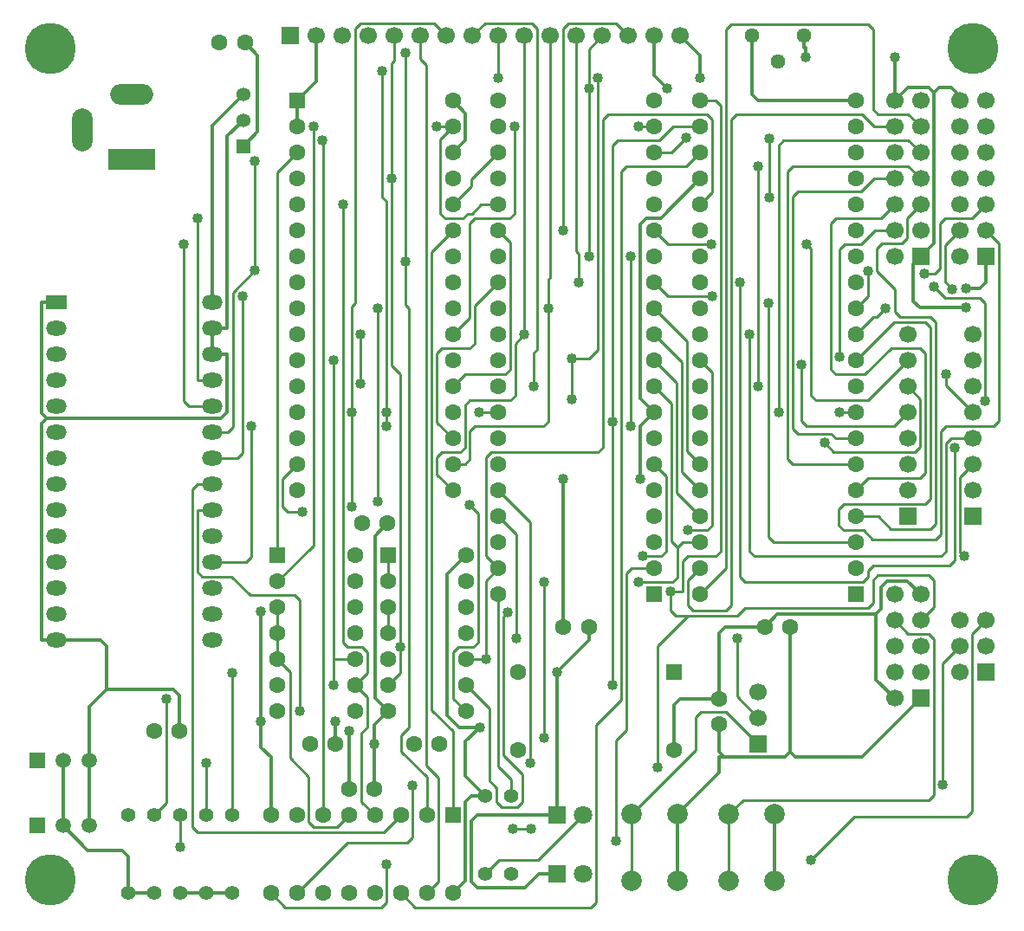
<source format=gbr>
%TF.GenerationSoftware,Novarm,DipTrace,4.3.0.4*%
%TF.CreationDate,2023-02-28T02:37:22+01:00*%
%FSLAX26Y26*%
%MOIN*%
%TF.FileFunction,Copper,L2,Bot*%
%TF.Part,Single*%
%TA.AperFunction,Conductor*%
%ADD13C,0.011811*%
%ADD14C,0.009843*%
%TA.AperFunction,ComponentPad*%
%ADD17R,0.062992X0.062992*%
%ADD18C,0.062992*%
%ADD19R,0.066929X0.066929*%
%ADD20C,0.066929*%
%ADD21C,0.07874*%
%ADD22C,0.062992*%
%ADD23R,0.059055X0.059055*%
%ADD24C,0.059055*%
%ADD26C,0.114173*%
%ADD27C,0.19685*%
%TA.AperFunction,ComponentPad*%
%ADD28C,0.056693*%
%ADD29C,0.055118*%
%ADD30C,0.055118*%
%ADD31R,0.07874X0.056693*%
%ADD32O,0.07874X0.056693*%
%ADD33R,0.181102X0.07874*%
%ADD34O,0.165354X0.07874*%
%ADD35O,0.07874X0.165354*%
%ADD38R,0.053465X0.053465*%
%ADD39C,0.053465*%
%ADD40R,0.070866X0.070866*%
%ADD41C,0.070866*%
%TA.AperFunction,ViaPad*%
%ADD42C,0.04*%
G75*
G01*
%LPD*%
X2650197Y2850197D2*
D13*
X2499409Y2699409D1*
X2444921D1*
X2421299Y2675787D1*
Y2004095D1*
X2475197Y1950197D1*
X3250197Y3150197D2*
X2874016D1*
X2850394Y3173819D1*
Y3400197D1*
X893898Y3175000D2*
X775000Y3056102D1*
Y2375000D1*
X200000Y610827D2*
Y360827D1*
X3400000Y850000D2*
X3329134Y920866D1*
Y1174213D1*
X2949213D1*
X2900000Y1125000D1*
X1100000Y3050000D2*
Y3150000D1*
X1750000Y1400000D2*
X1679134Y1329134D1*
Y785000D1*
X1725827Y738307D1*
X1803701D1*
X3500000Y1250000D2*
X3448819Y1301181D1*
X3372441D1*
X3348819Y1277559D1*
Y1193898D1*
X3329134Y1174213D1*
X2125984Y1125197D2*
Y1694965D1*
X1300787Y724213D2*
Y500000D1*
X1700000Y2950000D2*
X1749213Y2999213D1*
Y3100787D1*
X1700000Y3150000D1*
X650000Y100000D2*
X750000D1*
X2475000Y3400000D2*
Y3248822D1*
X2524409Y3199413D1*
X2475197Y1950197D2*
X2421299Y1896299D1*
Y1694965D1*
X450000Y100000D2*
X550000D1*
X200000Y360827D2*
X294685Y266142D1*
X426378D1*
X450000Y242520D1*
Y100000D1*
X2725000Y849213D2*
X2573622D1*
X2550000Y825591D1*
Y650000D1*
X2900000Y1125000D2*
X2748622D1*
X2725000Y1101378D1*
Y849213D1*
X1100000Y3150000D2*
X1175000Y3225000D1*
Y3400000D1*
X1825000Y475000D2*
X1772244D1*
X1748622Y451378D1*
Y148819D1*
X1699409Y99606D1*
X1803701Y738307D2*
X1748622Y683228D1*
Y551378D1*
X1825000Y475000D1*
X750000Y100000D2*
X850000D1*
X893898Y2975000D2*
X949213Y3030315D1*
Y3325787D1*
X900000Y3375000D1*
X2413858Y1296457D2*
D14*
X2544882D1*
X2564567Y1316142D1*
Y1430512D1*
X2541142Y1453937D1*
Y1984252D1*
X2475197Y2050197D1*
X2049669Y1296457D2*
Y696260D1*
X2650197Y1450197D2*
X2584252D1*
X2564567Y1430512D1*
X775000Y1675000D2*
X716342D1*
X696657Y1655315D1*
Y353347D1*
X716343Y333661D1*
X1433464D1*
X1499409Y399606D1*
X1700000Y2250000D2*
X1765945Y2315945D1*
Y2676772D1*
X1785630Y2696457D1*
X1918819D1*
X1938504Y2716142D1*
Y3050197D1*
X2413858D2*
X2475197D1*
X1345874Y2061693D2*
Y2250000D1*
X939331Y2916453D2*
Y2496260D1*
X854724Y2411653D1*
Y1894685D1*
X835039Y1875000D1*
X775000D1*
X1198071Y2998228D2*
X1199409Y2996890D1*
Y399606D1*
X1700000Y2750000D2*
X1771850Y2821850D1*
Y2846850D1*
X1875197Y2950197D1*
X1276346Y2750000D2*
Y1065945D1*
X1296031Y1046260D1*
X1351575D1*
X1371260Y1026575D1*
Y946260D1*
X1325000Y900000D1*
X1371260Y853740D1*
Y739279D1*
X1349016Y717035D1*
Y450000D1*
X1399409Y399606D1*
X1100000Y2950000D2*
X1025000Y2875000D1*
Y1400000D1*
X1163307Y3050000D2*
Y1438307D1*
X1025000Y1300000D1*
X1875197Y2750197D2*
X1808563D1*
X1774508Y2716142D1*
X1756201D1*
X1736319Y2696260D1*
X1671457D1*
X1651772Y2715945D1*
Y3001772D1*
X1700000Y3050000D1*
X1638661D1*
X2650197Y1550197D2*
X2560827Y1639567D1*
Y2064567D1*
X2475197Y2150197D1*
X2650197Y1650197D2*
X2580512Y1719882D1*
Y2144882D1*
X2475197Y2250197D1*
X2650197Y1750197D2*
X2600197Y1800197D1*
Y2225197D1*
X2475197Y2350197D1*
X3042047Y2132992D2*
Y1917913D1*
X3061732Y1898228D1*
X3398228D1*
X3450000Y1950000D1*
X2475197Y2450197D2*
X2528937Y2396457D1*
X2696457D1*
X2383583Y2550197D2*
Y1896457D1*
X3129803Y1832992D2*
X3164567Y1798228D1*
X3478543D1*
X3498228Y1817913D1*
Y2001772D1*
X3450000Y2050000D1*
X3061732Y2596457D2*
X3076811Y2581378D1*
Y2016142D1*
X3096496Y1996457D1*
X3296457D1*
X3450000Y2150000D1*
X2475197Y2650197D2*
X2528937Y2596457D1*
X2693571D1*
X1700000Y2650000D2*
X1618701Y2568701D1*
Y803936D1*
X1699409Y723228D1*
Y399606D1*
X718898Y2696264D2*
Y2075000D1*
X775000D1*
X1516965Y3334961D2*
Y2531220D1*
X2598858Y3006823D2*
X2542232Y2950197D1*
X2475197D1*
X664449Y2596260D2*
Y1994685D1*
X684134Y1975000D1*
X775000D1*
X1516965Y2531220D2*
Y2365216D1*
X1532205Y2349976D1*
Y738052D1*
X1502559Y708406D1*
Y645078D1*
X1599409Y548228D1*
Y399606D1*
X1311110Y1588307D2*
Y1950000D1*
X1875197Y1950197D2*
X1800709D1*
X1311110Y1950000D2*
Y2359016D1*
X1323228Y2371134D1*
Y3428543D1*
X1342913Y3448228D1*
X1626772D1*
X1675000Y3400000D1*
X2010406Y2050197D2*
Y2179835D1*
X2023228Y2192657D1*
Y3428543D1*
X2003543Y3448228D1*
X1823228D1*
X1775000Y3400000D1*
X1121102Y1567008D2*
X1064370D1*
X1044685Y1586693D1*
Y1694685D1*
X1100000Y1750000D1*
X2257992Y3237126D2*
Y2190465D1*
X2225913Y2158386D1*
X2156386D1*
X1875000Y3237126D2*
Y3400000D1*
X3666181Y1396457D2*
X3651102Y1411536D1*
Y1701693D1*
X3700000Y1750591D1*
X2650197Y2150197D2*
X2696457Y2103937D1*
Y1516142D1*
X2676772Y1496457D1*
X2603937D1*
X2156386Y2158386D2*
Y2000039D1*
X1700000Y1650000D2*
X1638386Y1711614D1*
Y1776575D1*
X1658071Y1796260D1*
X1726575D1*
X1746260Y1815945D1*
Y1976772D1*
X1765945Y1996457D1*
X1921457D1*
X1941142Y2016142D1*
Y2215433D1*
X1975906Y2250197D1*
X2840118D2*
Y1416142D1*
X2859803Y1396457D1*
X3576969D1*
X3596654Y1416142D1*
Y1830906D1*
X3616339Y1850591D1*
X3700000D1*
X1975906Y2250197D2*
X1975000Y3400000D1*
X1700000Y1750000D2*
X1746264D1*
X1765949Y1769685D1*
Y1876772D1*
X1785634Y1896457D1*
X2047488D1*
X2067173Y1916142D1*
Y2350197D1*
X3596654Y2098228D2*
Y2053937D1*
X3700000Y1950591D1*
X2067173Y2350197D2*
Y2462067D1*
X2075000Y2469894D1*
Y3400000D1*
X1700000Y1850000D2*
X1638386Y1911614D1*
Y2176772D1*
X1658071Y2196457D1*
X1765945D1*
X1785630Y2216142D1*
Y2360630D1*
X1875197Y2450197D1*
X2183858Y2450906D2*
Y2560843D1*
X2175000Y2569701D1*
Y3400000D1*
X3631417Y1815827D2*
Y1381382D1*
X3611732Y1361697D1*
X3316142D1*
X3296457Y1342012D1*
Y1318110D1*
X3276772Y1298425D1*
X2825039D1*
X2805354Y1318110D1*
Y2450197D1*
X1444528Y1896260D2*
Y1950000D1*
X2223228Y2550197D2*
Y3198425D1*
X924252Y1896260D2*
Y1394685D1*
X904567Y1375000D1*
X775000D1*
X1444528Y1950000D2*
Y2762815D1*
X1426776Y2780567D1*
Y3265433D1*
X2223228Y3198425D2*
Y3348228D1*
X2275000Y3400000D1*
X2123228Y2650197D2*
Y3428543D1*
X2142913Y3448228D1*
X2326772D1*
X2375000Y3400000D1*
X1700000Y2050000D2*
X1746457Y2096457D1*
X1901772D1*
X1921457Y2116142D1*
Y2603937D1*
X1875197Y2650197D1*
X893898Y3075000D2*
D13*
X832087Y3013189D1*
Y2275000D1*
X775000D1*
X2998425Y1125000D2*
Y644095D1*
X3018111Y624409D1*
X3274409D1*
X3500000Y850000D1*
X1399213Y500000D2*
Y675000D1*
X3674370Y2354646D2*
X3496260D1*
X3472638Y2378268D1*
Y2522244D1*
X3500197Y2549803D1*
X2563583Y147047D2*
Y402953D1*
X775000Y2175000D2*
X832087D1*
Y1952559D1*
X808465Y1928937D1*
X137598D1*
X117913Y1909252D1*
Y1075000D1*
X175000D1*
X2099803Y175000D2*
X2031343D1*
X1978197Y121854D1*
X1795866D1*
X1772244Y145476D1*
Y376378D1*
X1795866Y400000D1*
X2099803D1*
X300000Y360827D2*
Y610827D1*
X2649803Y3237130D2*
Y3325197D1*
X2575000Y3400000D1*
X3674370Y2428110D2*
X3726575D1*
X3750197Y2451732D1*
Y2549803D1*
X3056303Y3316417D2*
Y3354134D1*
X3050394D1*
Y3400197D1*
X2563583Y402953D2*
X2725000Y564370D1*
Y624409D1*
X2744685D1*
X2978739D1*
X2998425Y644095D1*
X961689Y1182992D2*
Y761929D1*
X3400197Y3316417D2*
Y3149803D1*
X1249213Y675000D2*
Y761929D1*
X2938583Y147047D2*
Y402953D1*
X175000Y1075000D2*
X343307D1*
X366929Y1051378D1*
Y885945D1*
X624803D1*
X648425Y862323D1*
Y725000D1*
X137598Y1928937D2*
X117913Y1948622D1*
Y2375000D1*
X175000D1*
X775000Y2275000D2*
Y2175000D1*
X1450000Y800000D2*
X1400000Y850000D1*
Y1475787D1*
X1449213Y1525000D1*
X1399213Y675000D2*
Y749213D1*
X1450000Y800000D1*
X3500197Y2549803D2*
X3551378Y2600984D1*
Y3181299D1*
X3571063Y3200984D1*
X3616733D1*
X3650197Y3167520D1*
Y3149803D1*
X2744685Y624409D2*
X2725000Y644094D1*
Y750787D1*
X2099803Y950000D2*
X2224409Y1074606D1*
Y1125197D1*
X2099803Y400000D2*
Y950000D1*
X300000Y610827D2*
Y819016D1*
X366929Y885945D1*
X961689Y761929D2*
Y662244D1*
X999409Y624524D1*
Y399606D1*
X3400197Y3149803D2*
X3451378Y3200984D1*
X3531693D1*
X3551378Y3181299D1*
X1545669Y513465D2*
D14*
Y313976D1*
X1525984Y294291D1*
X1294094D1*
X1099409Y99606D1*
X3584961Y519291D2*
Y985355D1*
X3650197Y1050591D1*
X1445669Y212087D2*
Y64449D1*
X1425984Y44764D1*
X1054252D1*
X999409Y99606D1*
X3077547Y227165D2*
X3245077Y394695D1*
X3678738D1*
X3698425Y414382D1*
Y1098819D1*
X3750197Y1150591D1*
X1599409Y99606D2*
X1645669Y145866D1*
Y544587D1*
X1599016Y591240D1*
Y3288193D1*
X1575000Y3312209D1*
Y3400000D1*
X1025000Y1200000D2*
Y1100000D1*
Y1000000D2*
X1073228Y951772D1*
Y620516D1*
X1145669Y548075D1*
Y373031D1*
X1165354Y353346D1*
X1253149D1*
X1299409Y399606D1*
X1025000Y1100000D2*
Y1000000D1*
X650000Y278311D2*
Y400000D1*
X2329138Y301299D2*
Y687933D1*
X2368504Y727299D1*
Y1330512D1*
X2388189Y1350197D1*
X2475197D1*
X750000Y602677D2*
Y400000D1*
X1998228Y602677D2*
Y1527166D1*
X1875197Y1650197D1*
X2792913Y1081024D2*
Y857678D1*
X2875000Y775591D1*
X1944724Y1081024D2*
Y1480670D1*
X1875197Y1550197D1*
X850000Y946260D2*
Y400000D1*
X598232Y848228D2*
Y448232D1*
X550000Y400000D1*
X2431823Y1396457D2*
X2501772D1*
X2521457Y1416142D1*
Y1703937D1*
X2475197Y1750197D1*
X2199803Y400000D2*
X2026968Y227165D1*
X1877165D1*
X1825000Y175000D1*
X2874882Y2050197D2*
Y2898425D1*
X3500197Y3049803D2*
X3451969Y3098031D1*
X3335828D1*
X3316142Y3117717D1*
Y3425591D1*
X3296457Y3445276D1*
X2770591D1*
X2750906Y3425591D1*
Y1350906D1*
X2650197Y1250197D1*
X3400197Y3049803D2*
X3319784D1*
X3273130Y3096457D1*
X2790276D1*
X2770591Y3076772D1*
Y1206693D1*
X2750906Y1187008D1*
X2623622D1*
X2603937Y1206693D1*
Y1303937D1*
X2650197Y1350197D1*
X3550394Y2434642D2*
X3593658Y2391378D1*
X3728543D1*
X3748228Y2371693D1*
Y1995358D1*
X2913465Y2370591D2*
Y1469882D1*
X2933150Y1450197D1*
X3250197D1*
X3188858Y2163465D2*
Y2576772D1*
X3208543Y2596457D1*
X3269784D1*
X3323130Y2649803D1*
X3400197D1*
X3250197Y1550197D2*
X3337319D1*
X3385748Y1501768D1*
X3537598D1*
X3557283Y1521453D1*
Y2298232D1*
X3537598Y2317917D1*
X3420433D1*
X3400748Y2337602D1*
Y2424047D1*
X3331220Y2493575D1*
Y2580314D1*
X3350906Y2600000D1*
X3428740D1*
X3448425Y2619685D1*
Y2698031D1*
X3500197Y2749803D1*
X3400197D2*
X3348425Y2698031D1*
X3173779D1*
X3154094Y2678346D1*
Y2116143D1*
X3173780Y2096457D1*
X3284942D1*
X3386713Y2198228D1*
X3498228D1*
X3517913Y2178543D1*
Y1717913D1*
X3498228Y1698228D1*
X3298228D1*
X3250197Y1650197D1*
X3500197Y2849803D2*
X3451969Y2898031D1*
X3007283D1*
X2987598Y2878346D1*
Y1769882D1*
X3007283Y1750197D1*
X3250197D1*
Y1850197D2*
X3173346D1*
X3155787Y1867756D1*
X3026968D1*
X3007283Y1887441D1*
Y2781893D1*
X3026969Y2801579D1*
X3272347D1*
X3320571Y2849803D1*
X3400197D1*
X2952835Y1950197D2*
Y2978346D1*
X2972520Y2998031D1*
X3451969D1*
X3500197Y2949803D1*
X3188858Y1950197D2*
X3250197D1*
Y2150197D2*
X3398228Y2298228D1*
X3517913D1*
X3537598Y2278543D1*
Y1617913D1*
X3517913Y1598228D1*
X3203937D1*
X3184252Y1578543D1*
Y1516142D1*
X3203937Y1496457D1*
X3279429D1*
X3313488Y1462398D1*
X3557284D1*
X3576969Y1482083D1*
Y1879134D1*
X3596654Y1898819D1*
X3780709D1*
X3800394Y1918504D1*
Y2599606D1*
X3750197Y2649803D1*
X3365984Y2352677D2*
X3331220Y2317913D1*
X3317913D1*
X3250197Y2250197D1*
X3622559Y2426142D2*
X3593701Y2455000D1*
Y2593307D1*
X3650197Y2649803D1*
X3515630Y2484484D2*
X3554331D1*
X3574016Y2504169D1*
Y2678346D1*
X3593701Y2698031D1*
X3698425D1*
X3750197Y2749803D1*
X3296457Y2493571D2*
Y2396457D1*
X3250197Y2350197D1*
X2918071Y3003941D2*
Y2776780D1*
X1450000Y1100000D2*
Y1200000D1*
X1241583Y2150000D2*
Y1000000D1*
Y900000D1*
Y1000000D2*
X1325000D1*
X1111929Y800000D2*
Y1226575D1*
X1092244Y1246260D1*
X919697D1*
X847843Y1318114D1*
X736028D1*
X716343Y1337799D1*
Y1575000D1*
X775000D1*
X2314055Y900000D2*
Y1915433D1*
X1750000Y900000D2*
X1840433Y809567D1*
Y533720D1*
X1869291Y504862D1*
Y450398D1*
X1888976Y430713D1*
X1947638D1*
X1967323Y450398D1*
Y558661D1*
X1894882Y631102D1*
Y1165945D1*
X1909961Y1181024D1*
X1450000Y1300000D2*
Y1400000D1*
X2314055Y1915433D2*
Y2976772D1*
X2333740Y2996457D1*
X2494587D1*
X2548327Y3050197D1*
X2650197D1*
X2386417Y147047D2*
Y402953D1*
X2002087Y347839D2*
X1932559D1*
X2386417Y402953D2*
X2635208Y651743D1*
Y779330D1*
X2654894Y799016D1*
X2751575D1*
X2875000Y675591D1*
X2650197Y2950197D2*
X2598425Y2898425D1*
X2368504D1*
X2348819Y2878740D1*
Y845551D1*
X2250000Y746732D1*
Y64449D1*
X2230315Y44764D1*
X1554252D1*
X1499409Y99606D1*
X3500000Y1150000D2*
X3550197Y1200197D1*
Y1304134D1*
X3530512Y1323819D1*
X3335827D1*
X3316142Y1304134D1*
Y1216535D1*
X3296457Y1196850D1*
X2825039D1*
X2795512Y1167323D1*
X2603937D1*
X2556220D1*
X2536535Y1187008D1*
Y1261693D1*
X2603937Y1167323D2*
X2486697Y1050083D1*
Y582992D1*
X2536535Y1261693D2*
X2584252D1*
Y1376772D1*
X2603937Y1396457D1*
X2711535D1*
X2731220Y1416142D1*
Y3130512D1*
X2711535Y3150197D1*
X2650197D1*
X1750000Y800000D2*
X1701772Y848228D1*
Y1026575D1*
X1721457Y1046260D1*
X1778543D1*
X1798228Y1065945D1*
Y1560630D1*
X1765945Y1592913D1*
X1409764Y2350000D2*
Y1607992D1*
X889488Y2396260D2*
Y1794685D1*
X869803Y1775000D1*
X775000D1*
X2761417Y147047D2*
Y402953D1*
X1875197Y1250197D2*
Y588779D1*
X1925000Y538976D1*
Y475000D1*
X2761417Y402953D2*
X2817520Y459055D1*
X3530512D1*
X3550197Y478740D1*
Y1078543D1*
X3530512Y1098228D1*
X3451772D1*
X3400000Y1150000D1*
X1475000Y3400000D2*
Y3304980D1*
X1465437Y3295417D1*
Y2850000D1*
X1497441Y1046260D2*
Y947441D1*
X1450000Y900000D1*
X1465437Y2850000D2*
Y2131445D1*
X1497441Y2099441D1*
Y1046260D1*
X1750000Y1000000D2*
X1826969D1*
X1875197Y1350197D2*
X1828929Y1396465D1*
Y1776772D1*
X1848614Y1796457D1*
X2257992D1*
X2277677Y1816142D1*
Y3076772D1*
X2297362Y3096457D1*
X2678740D1*
X2698425Y3076772D1*
Y2798425D1*
X2650197Y2750197D1*
X1826969Y1000000D2*
Y1301969D1*
X1875197Y1350197D1*
D42*
X2421299Y1694965D3*
X2125984D3*
X2524409Y3199413D3*
X1803701Y738307D3*
X1300787Y724213D3*
X2049669Y696260D3*
Y1296457D3*
X2413858D3*
X1938504Y3050197D3*
X2413858D3*
X1345874Y2250000D3*
Y2061693D3*
X939331Y2916453D3*
Y2496260D3*
X1198071Y2998228D3*
X1276346Y2750000D3*
X1163307Y3050000D3*
X1638661D3*
X3042047Y2132992D3*
X2696457Y2396457D3*
X2383583Y1896457D3*
X3129803Y1832992D3*
X2383583Y2550197D3*
X3061732Y2596457D3*
X2693571D3*
X718898Y2696264D3*
X2598858Y3006823D3*
X1516965Y3334961D3*
X664449Y2596260D3*
X1516965Y2531220D3*
X1311110Y1588307D3*
X1800709Y1950197D3*
X1311110Y1950000D3*
X2010406Y2050197D3*
X1121102Y1567008D3*
X2156386Y2000039D3*
X2257992Y3237126D3*
X1875000D3*
X3666181Y1396457D3*
X2603937Y1496457D3*
X2156386Y2158386D3*
X2840118Y2250197D3*
X1975906D3*
X3596654Y2098228D3*
X2067173Y2350197D3*
X2805354Y2450197D3*
X3631417Y1815827D3*
X2183858Y2450906D3*
X1426776Y3265433D3*
X2223228Y3198425D3*
X924252Y1896260D3*
X1444528D3*
Y1950000D3*
X2223228Y2550197D3*
X2123228Y2650197D3*
X2649803Y3237130D3*
X3674370Y2428110D3*
Y2354646D3*
X1249213Y761929D3*
X3400197Y3316417D3*
X961689Y1182992D3*
X2099803Y950000D3*
X961689Y761929D3*
X3056303Y3316417D3*
X1399213Y675000D3*
X1545669Y513465D3*
X3584961Y519291D3*
X1445669Y212087D3*
X3077547Y227165D3*
X650000Y278311D3*
X2329138Y301299D3*
X750000Y602677D3*
X1998228D3*
X2792913Y1081024D3*
X1944724D3*
X850000Y946260D3*
X598232Y848228D3*
X2431823Y1396457D3*
X2874882Y2898425D3*
Y2050197D3*
X3748228Y1995358D3*
X3550394Y2434642D3*
X2913465Y2370591D3*
X3188858Y2163465D3*
X2952835Y1950197D3*
X3188858D3*
X3365984Y2352677D3*
X3622559Y2426142D3*
X3515630Y2484484D3*
X3296457Y2493571D3*
X2918071Y2776780D3*
Y3003941D3*
X1241583Y2150000D3*
Y900000D3*
X1111929Y800000D3*
X2314055Y900000D3*
X1909961Y1181024D3*
X2314055Y1915433D3*
X1932559Y347839D3*
X2002087D3*
X2536535Y1261693D3*
X2486697Y582992D3*
X1765945Y1592913D3*
X1409764Y1607992D3*
X889488Y2396260D3*
X1409764Y2350000D3*
X1497441Y1046260D3*
X1465437Y2850000D3*
X1826969Y1000000D3*
D17*
X1100000Y3150000D3*
D18*
Y3050000D3*
Y2950000D3*
Y2850000D3*
Y2750000D3*
Y2650000D3*
Y2550000D3*
Y2450000D3*
Y2350000D3*
Y2250000D3*
Y2150000D3*
Y2050000D3*
Y1950000D3*
Y1850000D3*
Y1750000D3*
Y1650000D3*
X1700000D3*
Y1750000D3*
Y1850000D3*
Y1950000D3*
Y2050000D3*
Y2150000D3*
Y2250000D3*
Y2350000D3*
Y2450000D3*
Y2550000D3*
Y2650000D3*
Y2750000D3*
Y2850000D3*
Y2950000D3*
Y3050000D3*
Y3150000D3*
D17*
X3250197Y1250197D3*
D18*
Y1350197D3*
Y1450197D3*
Y1550197D3*
Y1650197D3*
Y1750197D3*
Y1850197D3*
Y1950197D3*
Y2050197D3*
Y2150197D3*
Y2250197D3*
Y2350197D3*
Y2450197D3*
Y2550197D3*
Y2650197D3*
Y2750197D3*
Y2850197D3*
Y2950197D3*
Y3050197D3*
Y3150197D3*
X2650197D3*
Y3050197D3*
Y2950197D3*
Y2850197D3*
Y2750197D3*
Y2650197D3*
Y2550197D3*
Y2450197D3*
Y2350197D3*
Y2250197D3*
Y2150197D3*
Y2050197D3*
Y1950197D3*
Y1850197D3*
Y1750197D3*
Y1650197D3*
Y1550197D3*
Y1450197D3*
Y1350197D3*
Y1250197D3*
D19*
X3700000Y1550591D3*
D20*
Y1650591D3*
Y1750591D3*
Y1850591D3*
Y1950591D3*
Y2050591D3*
Y2150591D3*
Y2250591D3*
D21*
X2761417Y402953D3*
Y147047D3*
X2938583D3*
Y402953D3*
D22*
X1150787Y675000D3*
X1249213D3*
D23*
X100000Y360827D3*
D24*
X200000D3*
X300000D3*
D22*
X1399213Y500000D3*
X1300787D3*
D26*
X150000Y150000D3*
D27*
D3*
D19*
X3750197Y950591D3*
D20*
X3650197D3*
X3750197Y1050591D3*
X3650197D3*
X3750197Y1150591D3*
X3650197D3*
D28*
X3050394Y3400197D3*
X2950394Y3300197D3*
X2850394Y3400197D3*
D17*
X1450000Y1400000D3*
D18*
Y1300000D3*
Y1200000D3*
Y1100000D3*
Y1000000D3*
Y900000D3*
Y800000D3*
X1750000D3*
Y900000D3*
Y1000000D3*
Y1100000D3*
Y1200000D3*
Y1300000D3*
Y1400000D3*
D17*
X2475197Y1250197D3*
D18*
Y1350197D3*
Y1450197D3*
Y1550197D3*
Y1650197D3*
Y1750197D3*
Y1850197D3*
Y1950197D3*
Y2050197D3*
Y2150197D3*
Y2250197D3*
Y2350197D3*
Y2450197D3*
Y2550197D3*
Y2650197D3*
Y2750197D3*
Y2850197D3*
Y2950197D3*
Y3050197D3*
Y3150197D3*
X1875197D3*
Y3050197D3*
Y2950197D3*
Y2850197D3*
Y2750197D3*
Y2650197D3*
Y2550197D3*
Y2450197D3*
Y2350197D3*
Y2250197D3*
Y2150197D3*
Y2050197D3*
Y1950197D3*
Y1850197D3*
Y1750197D3*
Y1650197D3*
Y1550197D3*
Y1450197D3*
Y1350197D3*
Y1250197D3*
D29*
X750000Y100000D3*
D30*
Y400000D3*
D22*
X1350787Y1525000D3*
X1449213D3*
D26*
X150000Y3350000D3*
D27*
D3*
D29*
X1925000Y475000D3*
D30*
Y175000D3*
D19*
X1075000Y3400000D3*
D20*
X1175000D3*
X1275000D3*
X1375000D3*
X1475000D3*
X1575000D3*
X1675000D3*
X1775000D3*
X1875000D3*
X1975000D3*
X2075000D3*
X2175000D3*
X2275000D3*
X2375000D3*
X2475000D3*
X2575000D3*
D31*
X175000Y2375000D3*
D32*
Y2275000D3*
Y2175000D3*
Y2075000D3*
Y1975000D3*
Y1875000D3*
Y1775000D3*
Y1675000D3*
Y1575000D3*
Y1475000D3*
Y1375000D3*
Y1275000D3*
Y1175000D3*
Y1075000D3*
X775000D3*
Y1175000D3*
Y1275000D3*
Y1375000D3*
Y1475000D3*
Y1575000D3*
Y1675000D3*
Y1775000D3*
Y1875000D3*
Y1975000D3*
Y2075000D3*
Y2175000D3*
Y2275000D3*
Y2375000D3*
D19*
X3500197Y2549803D3*
D20*
X3400197D3*
X3500197Y2649803D3*
X3400197D3*
X3500197Y2749803D3*
X3400197D3*
X3500197Y2849803D3*
X3400197D3*
X3500197Y2949803D3*
X3400197D3*
X3500197Y3049803D3*
X3400197D3*
X3500197Y3149803D3*
X3400197D3*
D19*
X3450000Y1550000D3*
D20*
Y1650000D3*
Y1750000D3*
Y1850000D3*
Y1950000D3*
Y2050000D3*
Y2150000D3*
Y2250000D3*
D17*
X2550000Y950000D3*
D22*
X1950000D3*
Y650000D3*
X2550000D3*
D19*
X2875000Y675591D3*
D20*
Y775591D3*
Y875591D3*
D21*
X2386417Y402953D3*
Y147047D3*
X2563583Y402953D3*
Y147047D3*
D19*
X3500000Y850000D3*
D20*
X3400000D3*
X3500000Y950000D3*
X3400000D3*
X3500000Y1050000D3*
X3400000D3*
X3500000Y1150000D3*
X3400000D3*
X3500000Y1250000D3*
X3400000D3*
D22*
X1649213Y675000D3*
X1550787D3*
D33*
X465000Y2925000D3*
D34*
Y3173031D3*
D35*
X276024Y3039173D3*
D38*
X893898Y2975000D3*
D39*
Y3075000D3*
Y3175000D3*
D29*
X1825000Y475000D3*
D30*
Y175000D3*
D29*
X650000Y100000D3*
D30*
Y400000D3*
D29*
X450000Y100000D3*
D30*
Y400000D3*
D22*
X900000Y3375000D3*
X801575D3*
D19*
X3750197Y2549803D3*
D20*
X3650197D3*
X3750197Y2649803D3*
X3650197D3*
X3750197Y2749803D3*
X3650197D3*
X3750197Y2849803D3*
X3650197D3*
X3750197Y2949803D3*
X3650197D3*
X3750197Y3049803D3*
X3650197D3*
X3750197Y3149803D3*
X3650197D3*
D22*
X550000Y725000D3*
X648425D3*
D17*
X1699409Y399606D3*
D18*
X1599409D3*
X1499409D3*
X1399409D3*
X1299409D3*
X1199409D3*
X1099409D3*
X999409D3*
Y99606D3*
X1099409D3*
X1199409D3*
X1299409D3*
X1399409D3*
X1499409D3*
X1599409D3*
X1699409D3*
D27*
X3700000Y150000D3*
D26*
D3*
D40*
X2099803Y175000D3*
D41*
X2199803D3*
D40*
X2099803Y400000D3*
D41*
X2199803D3*
D27*
X3700000Y3350000D3*
D26*
D3*
D23*
X100000Y610827D3*
D24*
X200000D3*
X300000D3*
D22*
X2900000Y1125000D3*
X2998425D3*
D29*
X550000Y100000D3*
D30*
Y400000D3*
D29*
X850000Y100000D3*
D30*
Y400000D3*
D22*
X2125984Y1125197D3*
X2224409D3*
X2725000Y750787D3*
Y849213D3*
D17*
X1025000Y1400000D3*
D18*
Y1300000D3*
Y1200000D3*
Y1100000D3*
Y1000000D3*
Y900000D3*
Y800000D3*
X1325000D3*
Y900000D3*
Y1000000D3*
Y1100000D3*
Y1200000D3*
Y1300000D3*
Y1400000D3*
M02*

</source>
